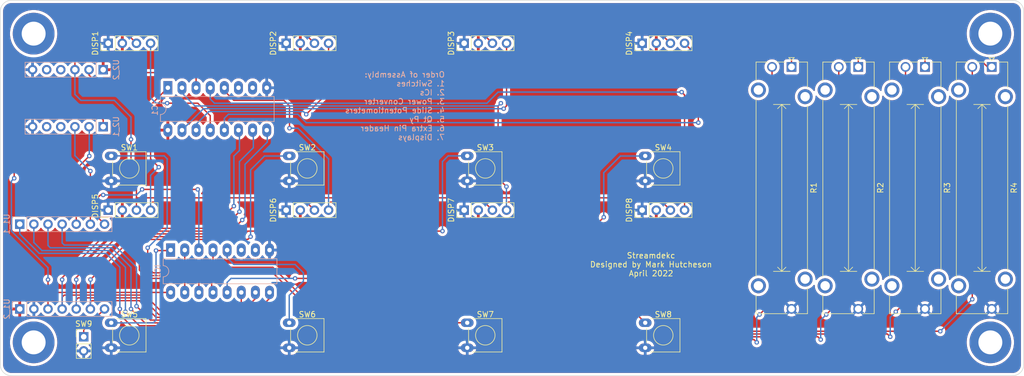
<source format=kicad_pcb>
(kicad_pcb (version 20211014) (generator pcbnew)
  (layers (0 "F.Cu" signal) (31 "B.Cu" signal) (34 "B.Paste" user) (35 "F.Paste" user) (36 "B.SilkS" user "B.Silkscreen") (37 "F.SilkS" user "F.Silkscreen") (38 "B.Mask" user) (39 "F.Mask" user) (44 "Edge.Cuts" user))
  (net 0 "")
  (net 1 "/3V3")
  (net 2 "/A0")
  (net 3 "/GND")
  (net 4 "/A1")
  (net 5 "/A2")
  (net 6 "/A3")
  (net 7 "/SDA")
  (net 8 "/SCL")
  (net 9 "/D6")
  (net 10 "/5V")
  (net 11 "/D10")
  (net 12 "/D9")
  (net 13 "/D8")
  (net 14 "/D7")
  (net 15 "/SCL_5V")
  (net 16 "/DISP_1_SDA")
  (net 17 "/DISP_2_SDA")
  (net 18 "/DISP_3_SDA")
  (net 19 "/DISP_4_SDA")
  (net 20 "/DISP_5_SDA")
  (net 21 "/DISP_6_SDA")
  (net 22 "/DISP_7_SDA")
  (net 23 "/DISP_8_SDA")
  (net 24 "/SDA_5V")
  (net 25 "/Ihbt1")
  (net 26 "/Vee1")
  (net 27 "/SW5")
  (net 28 "/SW7")
  (net 29 "/SW8")
  (net 30 "/SW4")
  (net 31 "/SW6")
  (net 32 "/SW1")
  (net 33 "/Ihbt2")
  (net 34 "/SW2")
  (net 35 "/Vee2")
  (net 36 "/SW3")
  (footprint "Connector_PinHeader_2.54mm:PinHeader_1x02_P2.54mm_Vertical" (layer "F.Cu") (at 76 122.5)
    (fp_text reference "SW9" (at 0 -2.33) (layer "F.SilkS"))
    (fp_text value "SW_DIP_x01")
    (pad "1" thru_hole rect locked (at 0 0) (size 1.7 1.7) (drill 1) (layers *.Cu *.Mask) (net 14 "/D7"))
    (pad "2" thru_hole oval locked (at 0 2.54) (size 1.7 1.7) (drill 1) (layers *.Cu *.Mask) (net 3 "/GND"))
  )
  (footprint "MountingHole:MountingHole_4.3mm_M4_DIN965_Pad" (layer "F.Cu") (at 67 123.5)
    (fp_text reference "REF**" hide)
    (fp_text value "MountingHole_4.3mm_M4_DIN965_Pad" hide)
    (pad "1" thru_hole circle locked (at 0 0) (size 7.5 7.5) (drill 4.3) (layers *.Cu *.Mask))
  )
  (footprint "Library:Switch_2pin_6mm_p4.5mm" (layer "F.Cu") (at 84.2 122.23)
    (fp_text reference "SW5" (at 0 -3.75 unlocked) (layer "F.SilkS"))
    (fp_text value "SW_DIP_x01")
    (pad "1" thru_hole oval (at -3.25 -2.25) (size 2.286 1.524) (drill 0.762) (layers *.Cu *.Mask) (net 27 "/SW5"))
    (pad "2" thru_hole oval (at -3.25 2.25) (size 2.286 1.524) (drill 0.762) (layers *.Cu *.Mask) (net 3 "/GND"))
  )
  (footprint "Library:Switch_2pin_6mm_p4.5mm" (layer "F.Cu") (at 148.2 92.23)
    (fp_text reference "SW3" (at 0 -3.75 unlocked) (layer "F.SilkS"))
    (fp_text value "SW_DIP_x01")
    (pad "1" thru_hole oval (at -3.25 -2.25) (size 2.286 1.524) (drill 0.762) (layers *.Cu *.Mask) (net 36 "/SW3"))
    (pad "2" thru_hole oval (at -3.25 2.25) (size 2.286 1.524) (drill 0.762) (layers *.Cu *.Mask) (net 3 "/GND"))
  )
  (footprint "Connector_PinHeader_2.54mm:PinHeader_1x04_P2.54mm_Vertical" (layer "F.Cu") (at 176.4 99.73 90)
    (fp_text reference "DISP8" (at 0 -2.33 90) (layer "F.SilkS"))
    (fp_text value "Conn_01x04")
    (pad "1" thru_hole rect locked (at 0 0 90) (size 1.7 1.7) (drill 1) (layers *.Cu *.Mask) (net 3 "/GND"))
    (pad "2" thru_hole oval locked (at 0 2.54 90) (size 1.7 1.7) (drill 1) (layers *.Cu *.Mask) (net 10 "/5V"))
    (pad "3" thru_hole oval locked (at 0 5.08 90) (size 1.7 1.7) (drill 1) (layers *.Cu *.Mask) (net 15 "/SCL_5V"))
    (pad "4" thru_hole oval locked (at 0 7.62 90) (size 1.7 1.7) (drill 1) (layers *.Cu *.Mask) (net 23 "/DISP_8_SDA"))
  )
  (footprint "Connector_PinHeader_2.54mm:PinHeader_1x04_P2.54mm_Vertical" (layer "F.Cu") (at 144.4 99.73 90)
    (fp_text reference "DISP7" (at 0 -2.33 90) (layer "F.SilkS"))
    (fp_text value "Conn_01x04")
    (pad "1" thru_hole rect locked (at 0 0 90) (size 1.7 1.7) (drill 1) (layers *.Cu *.Mask) (net 3 "/GND"))
    (pad "2" thru_hole oval locked (at 0 2.54 90) (size 1.7 1.7) (drill 1) (layers *.Cu *.Mask) (net 10 "/5V"))
    (pad "3" thru_hole oval locked (at 0 5.08 90) (size 1.7 1.7) (drill 1) (layers *.Cu *.Mask) (net 15 "/SCL_5V"))
    (pad "4" thru_hole oval locked (at 0 7.62 90) (size 1.7 1.7) (drill 1) (layers *.Cu *.Mask) (net 22 "/DISP_7_SDA"))
  )
  (footprint "Potentiometer_THT:Potentiometer_Bourns_PTA3043_Single_Slide" (layer "F.Cu") (at 203.25 73.98 -90)
    (fp_text reference "R1" (at 21.75 -4 90) (layer "F.SilkS"))
    (fp_text value "Slider")
    (pad "1" thru_hole rect locked (at 0 0 270) (size 1.75 1.75) (drill 1.2) (layers *.Cu *.Mask) (net 1 "/3V3"))
    (pad "2" thru_hole circle locked (at 0 3.5 270) (size 1.75 1.75) (drill 1.2) (layers *.Cu *.Mask) (net 2 "/A0"))
    (pad "3" thru_hole circle locked (at 43.5 0 270) (size 1.75 1.75) (drill 1.2) (layers *.Cu *.Mask) (net 3 "/GND"))
    (pad "MP" thru_hole circle locked (at 39.35 5.95 270) (size 2.7 2.7) (drill 1.7) (layers *.Cu *.Mask))
    (pad "MP" thru_hole circle locked (at 5.35 -2.45 270) (size 2.7 2.7) (drill 1.7) (layers *.Cu *.Mask))
    (pad "MP" thru_hole circle locked (at 38.15 -2.45 270) (size 2.7 2.7) (drill 1.7) (layers *.Cu *.Mask))
    (pad "MP" thru_hole circle locked (at 4.15 5.95 270) (size 2.7 2.7) (drill 1.7) (layers *.Cu *.Mask))
  )
  (footprint "Potentiometer_THT:Potentiometer_Bourns_PTA3043_Single_Slide" (layer "F.Cu") (at 227.25 73.98 -90)
    (fp_text reference "R3" (at 21.75 -4 90) (layer "F.SilkS"))
    (fp_text value "Slider")
    (pad "1" thru_hole rect locked (at 0 0 270) (size 1.75 1.75) (drill 1.2) (layers *.Cu *.Mask) (net 1 "/3V3"))
    (pad "2" thru_hole circle locked (at 0 3.5 270) (size 1.75 1.75) (drill 1.2) (layers *.Cu *.Mask) (net 5 "/A2"))
    (pad "3" thru_hole circle locked (at 43.5 0 270) (size 1.75 1.75) (drill 1.2) (layers *.Cu *.Mask) (net 3 "/GND"))
    (pad "MP" thru_hole circle locked (at 4.15 5.95 270) (size 2.7 2.7) (drill 1.7) (layers *.Cu *.Mask))
    (pad "MP" thru_hole circle locked (at 39.35 5.95 270) (size 2.7 2.7) (drill 1.7) (layers *.Cu *.Mask))
    (pad "MP" thru_hole circle locked (at 38.15 -2.45 270) (size 2.7 2.7) (drill 1.7) (layers *.Cu *.Mask))
    (pad "MP" thru_hole circle locked (at 5.35 -2.45 270) (size 2.7 2.7) (drill 1.7) (layers *.Cu *.Mask))
  )
  (footprint "Connector_PinHeader_2.54mm:PinHeader_1x04_P2.54mm_Vertical" (layer "F.Cu") (at 80.4 99.73 90)
    (fp_text reference "DISP5" (at 0.73 -2.33 90) (layer "F.SilkS"))
    (fp_text value "Conn_01x04")
    (pad "1" thru_hole rect locked (at 0 0 90) (size 1.7 1.7) (drill 1) (layers *.Cu *.Mask) (net 3 "/GND"))
    (pad "2" thru_hole oval locked (at 0 2.54 90) (size 1.7 1.7) (drill 1) (layers *.Cu *.Mask) (net 10 "/5V"))
    (pad "3" thru_hole oval locked (at 0 5.08 90) (size 1.7 1.7) (drill 1) (layers *.Cu *.Mask) (net 15 "/SCL_5V"))
    (pad "4" thru_hole oval locked (at 0 7.62 90) (size 1.7 1.7) (drill 1) (layers *.Cu *.Mask) (net 20 "/DISP_5_SDA"))
  )
  (footprint "MountingHole:MountingHole_4.3mm_M4_DIN965_Pad" (layer "F.Cu") (at 239 68)
    (fp_text reference "REF**" hide)
    (fp_text value "MountingHole_4.3mm_M4_DIN965_Pad" hide)
    (pad "1" thru_hole circle locked (at 0 0) (size 7.5 7.5) (drill 4.3) (layers *.Cu *.Mask))
  )
  (footprint "MountingHole:MountingHole_4.3mm_M4_DIN965_Pad" (layer "F.Cu") (at 67 68)
    (fp_text reference "REF**" hide)
    (fp_text value "MountingHole_4.3mm_M4_DIN965_Pad" hide)
    (pad "1" thru_hole circle locked (at 0 0) (size 7.5 7.5) (drill 4.3) (layers *.Cu *.Mask))
  )
  (footprint "Library:Switch_2pin_6mm_p4.5mm" (layer "F.Cu") (at 180.2 92.23)
    (fp_text reference "SW4" (at 0 -3.75 unlocked) (layer "F.SilkS"))
    (fp_text value "SW_DIP_x01")
    (pad "1" thru_hole oval (at -3.25 -2.25) (size 2.286 1.524) (drill 0.762) (layers *.Cu *.Mask) (net 30 "/SW4"))
    (pad "2" thru_hole oval (at -3.25 2.25) (size 2.286 1.524) (drill 0.762) (layers *.Cu *.Mask) (net 3 "/GND"))
  )
  (footprint "Library:Switch_2pin_6mm_p4.5mm" (layer "F.Cu") (at 84.2 92.23)
    (fp_text reference "SW1" (at 0 -3.75 unlocked) (layer "F.SilkS"))
    (fp_text value "SW_DIP_x01")
    (pad "1" thru_hole oval (at -3.25 -2.25) (size 2.286 1.524) (drill 0.762) (layers *.Cu *.Mask) (net 32 "/SW1"))
    (pad "2" thru_hole oval (at -3.25 2.25) (size 2.286 1.524) (drill 0.762) (layers *.Cu *.Mask) (net 3 "/GND"))
  )
  (footprint "Connector_PinHeader_2.54mm:PinHeader_1x04_P2.54mm_Vertical" (layer "F.Cu") (at 80.4 69.73 90)
    (fp_text reference "DISP1" (at 0 -2.33 90) (layer "F.SilkS"))
    (fp_text value "Conn_01x04")
    (pad "1" thru_hole rect locked (at 0 0 90) (size 1.7 1.7) (drill 1) (layers *.Cu *.Mask) (net 3 "/GND"))
    (pad "2" thru_hole oval locked (at 0 2.54 90) (size 1.7 1.7) (drill 1) (layers *.Cu *.Mask) (net 10 "/5V"))
    (pad "3" thru_hole oval locked (at 0 5.08 90) (size 1.7 1.7) (drill 1) (layers *.Cu *.Mask) (net 15 "/SCL_5V"))
    (pad "4" thru_hole oval locked (at 0 7.62 90) (size 1.7 1.7) (drill 1) (layers *.Cu *.Mask) (net 16 "/DISP_1_SDA"))
  )
  (footprint "Library:Switch_2pin_6mm_p4.5mm" (layer "F.Cu") (at 148.2 122.23)
    (fp_text reference "SW7" (at 0 -3.75 unlocked) (layer "F.SilkS"))
    (fp_text value "SW_DIP_x01")
    (pad "1" thru_hole oval (at -3.25 -2.25) (size 2.286 1.524) (drill 0.762) (layers *.Cu *.Mask) (net 28 "/SW7"))
    (pad "2" thru_hole oval (at -3.25 2.25) (size 2.286 1.524) (drill 0.762) (layers *.Cu *.Mask) (net 3 "/GND"))
  )
  (footprint "Potentiometer_THT:Potentiometer_Bourns_PTA3043_Single_Slide" (layer "F.Cu") (at 239.25 73.98 -90)
    (fp_text reference "R4" (at 21.75 -4 90) (layer "F.SilkS"))
    (fp_text value "Slider")
    (pad "1" thru_hole rect locked (at 0 0 270) (size 1.75 1.75) (drill 1.2) (layers *.Cu *.Mask) (net 1 "/3V3"))
    (pad "2" thru_hole circle locked (at 0 3.5 270) (size 1.75 1.75) (drill 1.2) (layers *.Cu *.Mask) (net 6 "/A3"))
    (pad "3" thru_hole circle locked (at 43.5 0 270) (size 1.75 1.75) (drill 1.2) (layers *.Cu *.Mask) (net 3 "/GND"))
    (pad "MP" thru_hole circle locked (at 38.15 -2.45 270) (size 2.7 2.7) (drill 1.7) (layers *.Cu *.Mask))
    (pad "MP" thru_hole circle locked (at 5.35 -2.45 270) (size 2.7 2.7) (drill 1.7) (layers *.Cu *.Mask))
    (pad "MP" thru_hole circle locked (at 4.15 5.95 270) (size 2.7 2.7) (drill 1.7) (layers *.Cu *.Mask))
    (pad "MP" thru_hole circle locked (at 39.35 5.95 270) (size 2.7 2.7) (drill 1.7) (layers *.Cu *.Mask))
  )
  (footprint "Library:Switch_2pin_6mm_p4.5mm" (layer "F.Cu") (at 116.2 122.23)
    (fp_text reference "SW6" (at 0 -3.75 unlocked) (layer "F.SilkS"))
    (fp_text value "SW_DIP_x01")
    (pad "1" thru_hole oval (at -3.25 -2.25) (size 2.286 1.524) (drill 0.762) (layers *.Cu *.Mask) (net 31 "/SW6"))
    (pad "2" thru_hole oval (at -3.25 2.25) (size 2.286 1.524) (drill 0.762) (layers *.Cu *.Mask) (net 3 "/GND"))
  )
  (footprint "Potentiometer_THT:Potentiometer_Bourns_PTA3043_Single_Slide" (layer "F.Cu") (at 215.25 73.98 -90)
    (fp_text reference "R2" (at 21.75 -4 90) (layer "F.SilkS"))
    (fp_text value "Slider")
    (pad "1" thru_hole rect locked (at 0 0 270) (size 1.75 1.75) (drill 1.2) (layers *.Cu *.Mask) (net 1 "/3V3"))
    (pad "2" thru_hole circle locked (at 0 3.5 270) (size 1.75 1.75) (drill 1.2) (layers *.Cu *.Mask) (net 4 "/A1"))
    (pad "3" thru_hole circle locked (at 43.5 0 270) (size 1.75 1.75) (drill 1.2) (layers *.Cu *.Mask) (net 3 "/GND"))
    (pad "MP" thru_hole circle locked (at 39.35 5.95 270) (size 2.7 2.7) (drill 1.7) (layers *.Cu *.Mask))
    (pad "MP" thru_hole circle locked (at 5.35 -2.45 270) (size 2.7 2.7) (drill 1.7) (layers *.Cu *.Mask))
    (pad "MP" thru_hole circle locked (at 38.15 -2.45 270) (size 2.7 2.7) (drill 1.7) (layers *.Cu *.Mask))
    (pad "MP" thru_hole circle locked (at 4.15 5.95 270) (size 2.7 2.7) (drill 1.7) (layers *.Cu *.Mask))
  )
  (footprint "Connector_PinHeader_2.54mm:PinHeader_1x04_P2.54mm_Vertical" (layer "F.Cu") (at 144.4 69.73 90)
    (fp_text reference "DISP3" (at 0 -2.33 90) (layer "F.SilkS"))
    (fp_text value "Conn_01x04")
    (pad "1" thru_hole rect locked (at 0 0 90) (size 1.7 1.7) (drill 1) (layers *.Cu *.Mask) (net 3 "/GND"))
    (pad "2" thru_hole oval locked (at 0 2.54 90) (size 1.7 1.7) (drill 1) (layers *.Cu *.Mask) (net 10 "/5V"))
    (pad "3" thru_hole oval locked (at 0 5.08 90) (size 1.7 1.7) (drill 1) (layers *.Cu *.Mask) (net 15 "/SCL_5V"))
    (pad "4" thru_hole oval locked (at 0 7.62 90) (size 1.7 1.7) (drill 1) (layers *.Cu *.Mask) (net 18 "/DISP_3_SDA"))
  )
  (footprint "MountingHole:MountingHole_4.3mm_M4_DIN965_Pad" (layer "F.Cu") (at 239 123.5)
    (fp_text reference "REF**" hide)
    (fp_text value "MountingHole_4.3mm_M4_DIN965_Pad" hide)
    (pad "1" thru_hole circle locked (at 0 0) (size 7.5 7.5) (drill 4.3) (layers *.Cu *.Mask))
  )
  (footprint "Library:Switch_2pin_6mm_p4.5mm" (layer "F.Cu") (at 116.2 92.23)
    (fp_text reference "SW2" (at 0 -3.75 unlocked) (layer "F.SilkS"))
    (fp_text value "SW_DIP_x01")
    (pad "1" thru_hole oval (at -3.25 -2.25) (size 2.286 1.524) (drill 0.762) (layers *.Cu *.Mask) (net 34 "/SW2"))
    (pad "2" thru_hole oval (at -3.25 2.25) (size 2.286 1.524) (drill 0.762) (layers *.Cu *.Mask) (net 3 "/GND"))
  )
  (footprint "Connector_PinHeader_2.54mm:PinHeader_1x04_P2.54mm_Vertical" (layer "F.Cu") (at 112.4 69.73 90)
    (fp_text reference "DISP2" (at 0 -2.33 90) (layer "F.SilkS"))
    (fp_text value "Conn_01x04")
    (pad "1" thru_hole rect locked (at 0 0 90) (size 1.7 1.7) (drill 1) (layers *.Cu *.Mask) (net 3 "/GND"))
    (pad "2" thru_hole oval locked (at 0 2.54 90) (size 1.7 1.7) (drill 1) (layers *.Cu *.Mask) (net 10 "/5V"))
    (pad "3" thru_hole oval locked (at 0 5.08 90) (size 1.7 1.7) (drill 1) (layers *.Cu *.Mask) (net 15 "/SCL_5V"))
    (pad "4" thru_hole oval locked (at 0 7.62 90) (size 1.7 1.7) (drill 1) (layers *.Cu *.Mask) (net 17 "/DISP_2_SDA"))
  )
  (footprint "Connector_PinHeader_2.54mm:PinHeader_1x04_P2.54mm_Vertical" (layer "F.Cu") (at 112.4 99.73 90)
    (fp_text reference "DISP6" (at 0 -2.33 90) (layer "F.SilkS"))
    (fp_text value "Conn_01x04")
    (pad "1" thru_hole rect locked (at 0 0 90) (size 1.7 1.7) (drill 1) (layers *.Cu *.Mask) (net 3 "/GND"))
    (pad "2" thru_hole oval locked (at 0 2.54 90) (size 1.7 1.7) (drill 1) (layers *.Cu *.Mask) (net 10 "/5V"))
    (pad "3" thru_hole oval locked (at 0 5.08 90) (size 1.7 1.7) (drill 1) (layers *.Cu *.Mask) (net 15 "/SCL_5V"))
    (pad "4" thru_hole oval locked (at 0 7.62 90) (size 1.7 1.7) (drill 1) (layers *.Cu *.Mask) (net 21 "/DISP_6_SDA"))
  )
  (footprint "Connector_PinHeader_2.54mm:PinHeader_1x04_P2.54mm_Vertical" (layer "F.Cu") (at 176.4 69.73 90)
    (fp_text reference "DISP4" (at 0 -2.33 90) (layer "F.SilkS"))
    (fp_text value "Conn_01x04")
    (pad "1" thru_hole rect locked (at 0 0 90) (size 1.7 1.7) (drill 1) (layers *.Cu *.Mask) (net 3 "/GND"))
    (pad "2" thru_hole oval locked (at 0 2.54 90) (size 1.7 1.7) (drill 1) (layers *.Cu *.Mask) (net 10 "/5V"))
    (pad "3" thru_hole oval locked (at 0 5.08 90) (size 1.7 1.7) (drill 1) (layers *.Cu *.Mask) (net 15 "/SCL_5V"))
    (pad "4" thru_hole oval locked (at 0 7.62 90) (size 1.7 1.7) (drill 1) (layers *.Cu *.Mask) (net 19 "/DISP_4_SDA"))
  )
  (footprint "Library:Switch_2pin_6mm_p4.5mm" (layer "F.Cu") (at 180.2 122.23)
    (fp_text reference "SW8" (at 0 -3.75 unlocked) (layer "F.SilkS"))
    (fp_text value "SW_DIP_x01")
    (pad "1" thru_hole oval (at -3.25 -2.25) (size 2.286 1.524) (drill 0.762) (layers *.Cu *.Mask) (net 29 "/SW8"))
    (pad "2" thru_hole oval (at -3.25 2.25) (size 2.286 1.524) (drill 0.762) (layers *.Cu *.Mask) (net 3 "/GND"))
  )
  (footprint "Package_DIP:DIP-16_W7.62mm_LongPads" (layer "B.Cu") (at 91.125 77.73 -90)
    (fp_text reference "IC1" (at 3.81 2.33 90) (layer "B.SilkS") (effects (justify mirror)))
    (fp_text value "74HC4051P")
    (pad "1" thru_hole rect locked (at 0 0 270) (size 2.4 1.6) (drill 0.8) (layers *.Cu *.Mask) (net 20 "/DISP_5_SDA"))
    (pad "2" thru_hole oval locked (at 0 -2.54 270) (size 2.4 1.6) (drill 0.8) (layers *.Cu *.Mask) (net 22 "/DISP_7_SDA"))
    (pad "3" thru_hole oval locked (at 0 -5.08 270) (size 2.4 1.6) (drill 0.8) (layers *.Cu *.Mask) (net 24 "/SDA_5V"))
    (pad "4" thru_hole oval locked (at 0 -7.62 270) (size 2.4 1.6) (drill 0.8) (layers *.Cu *.Mask) (net 23 "/DISP_8_SDA"))
    (pad "5" thru_hole oval locked (at 0 -10.16 270) (size 2.4 1.6) (drill 0.8) (layers *.Cu *.Mask) (net 21 "/DISP_6_SDA"))
    (pad "6" thru_hole oval locked (at 0 -12.7 270) (size 2.4 1.6) (drill 0.8) (layers *.Cu *.Mask) (net 25 "/Ihbt1"))
    (pad "7" thru_hole oval locked (at 0 -15.24 270) (size 2.4 1.6) (drill 0.8) (layers *.Cu *.Mask) (net 26 "/Vee1"))
    (pad "8" thru_hole oval locked (at 0 -17.78 270) (size 2.4 1.6) (drill 0.8) (layers *.Cu *.Mask) (net 3 "/GND"))
    (pad "9" thru_hole oval locked (at 7.62 -17.78 270) (size 2.4 1.6) (drill 0.8) (layers *.Cu *.Mask) (net 13 "/D8"))
    (pad "10" thru_hole oval locked (at 7.62 -15.24 270) (size 2.4 1.6) (drill 0.8) (layers *.Cu *.Mask) (net 12 "/D9"))
    (pad "11" thru_hole oval locked (at 7.62 -12.7 270) (size 2.4 1.6) (drill 0.8) (layers *.Cu *.Mask) (net 11 "/D10"))
    (pad "12" thru_hole oval locked (at 7.62 -10.16 270) (size 2.4 1.6) (drill 0.8) (layers *.Cu *.Mask) (net 19 "/DISP_4_SDA"))
    (pad "13" thru_hole oval locked (at 7.62 -7.62 270) (size 2.4 1.6) (drill 0.8) (layers *.Cu *.Mask) (net 16 "/DISP_1_SDA"))
    (pad "14" thru_hole oval locked (at 7.62 -5.08 270) (size 2.4 1.6) (drill 0.8) (layers *.Cu *.Mask) (net 17 "/DISP_2_SDA"))
    (pad "15" thru_hole oval locked (at 7.62 -2.54 270) (size 2.4 1.6) (drill 0.8) (layers *.Cu *.Mask) (net 18 "/DISP_3_SDA"))
    (pad "16" thru_hole oval locked (at 7.62 0 270) (size 2.4 1.6) (drill 0.8) (layers *.Cu *.Mask) (net 10 "/5V"))
  )
  (footprint "Connector_PinHeader_2.54mm:PinHeader_1x07_P2.54mm_Vertical" (layer "B.Cu") (at 64.5 117.5 -90)
    (fp_text reference "U1_2" (at 0 2.33 90) (layer "B.SilkS") (effects (justify mirror)))
    (fp_text value "QT_PY_R")
    (pad "1" thru_hole rect locked (at 0 0 270) (size 1.7 1.7) (drill 1) (layers *.Cu *.Mask) (net 10 "/5V"))
    (pad "2" thru_hole oval locked (at 0 -2.54 270) (size 1.7 1.7) (drill 1) (layers *.Cu *.Mask) (net 3 "/GND"))
    (pad "3" thru_hole oval locked (at 0 -5.08 270) (size 1.7 1.7) (drill 1) (layers *.Cu *.Mask) (net 1 "/3V3"))
    (pad "4" thru_hole oval locked (at 0 -7.62 270) (size 1.7 1.7) (drill 1) (layers *.Cu *.Mask) (net 11 "/D10"))
    (pad "5" thru_hole oval locked (at 0 -10.16 270) (size 1.7 1.7) (drill 1) (layers *.Cu *.Mask) (net 12 "/D9"))
    (pad "6" thru_hole oval locked (at 0 -12.7 270) (size 1.7 1.7) (drill 1) (layers *.Cu *.Mask) (net 13 "/D8"))
    (pad "7" thru_hole oval locked (at 0 -15.24 270) (size 1.7 1.7) (drill 1) (layers *.Cu *.Mask) (net 14 "/D7"))
  )
  (footprint "Connector_PinHeader_2.54mm:PinHeader_1x06_P2.54mm_Vertical" (layer "B.Cu") (at 79.5 84.73 90)
    (fp_text reference "U2_1" (at 0 2.33 90) (layer "B.SilkS") (effects (justify mirror)))
    (fp_text value "VOLTAGE_TRANSLATOR_L")
    (pad "1" thru_hole rect locked (at 0 0 90) (size 1.7 1.7) (drill 1) (layers *.Cu *.Mask) (net 1 "/3V3"))
    (pad "2" thru_hole oval locked (at 0 -2.54 90) (size 1.7 1.7) (drill 1) (layers *.Cu *.Mask) (net 7 "/SDA"))
    (pad "3" thru_hole oval locked (at 0 -5.08 90) (size 1.7 1.7) (drill 1) (layers *.Cu *.Mask) (net 8 "/SCL"))
    (pad "4" thru_hole oval locked (at 0 -7.62 90) (size 1.7 1.7) (drill 1) (layers *.Cu *.Mask))
    (pad "5" thru_hole oval locked (at 0 -10.16 90) (size 1.7 1.7) (drill 1) (layers *.Cu *.Mask))
    (pad "6" thru_hole oval locked (at 0 -12.7 90) (size 1.7 1.7) (drill 1) (layers *.Cu *.Mask) (net 3 "/GND"))
  )
  (footprint "Package_DIP:DIP-16_W7.62mm_LongPads" (layer "B.Cu") (at 91.625 106.905 -90)
    (fp_text reference "IC2" (at 3.81 2.33 90) (layer "B.SilkS") (effects (justify mirror)))
    (fp_text value "74HC4051P")
    (pad "1" thru_hole rect locked (at 0 0 270) (size 2.4 1.6) (drill 0.8) (layers *.Cu *.Mask) (net 27 "/SW5"))
    (pad "2" thru_hole oval locked (at 0 -2.54 270) (size 2.4 1.6) (drill 0.8) (layers *.Cu *.Mask) (net 28 "/SW7"))
    (pad "3" thru_hole oval locked (at 0 -5.08 270) (size 2.4 1.6) (drill 0.8) (layers *.Cu *.Mask) (net 9 "/D6"))
    (pad "4" thru_hole oval locked (at 0 -7.62 270) (size 2.4 1.6) (drill 0.8) (layers *.Cu *.Mask) (net 29 "/SW8"))
    (pad "5" thru_hole oval locked (at 0 -10.16 270) (size 2.4 1.6) (drill 0.8) (layers *.Cu *.Mask) (net 31 "/SW6"))
    (pad "6" thru_hole oval locked (at 0 -12.7 270) (size 2.4 1.6) (drill 0.8) (layers *.Cu *.Mask) (net 33 "/Ihbt2"))
    (pad "7" thru_hole oval locked (at 0 -15.24 270) (size 2.4 1.6) (drill 0.8) (layers *.Cu *.Mask) (net 35 "/Vee2"))
    (pad "8" thru_hole oval locked (at 0 -17.78 270) (size 2.4 1.6) (drill 0.8) (layers *.Cu *.Mask) (net 3 "/GND"))
    (pad "9" thru_hole oval locked (at 7.62 -17.78 270) (size 2.4 1.6) (drill 0.8) (layers *.Cu *.Mask) (net 13 "/D8"))
    (pad "10" thru_hole oval locked (at 7.62 -15.24 270) (size 2.4 1.6) (drill 0.8) (layers *.Cu *.Mask) (net 12 "/D9"))
    (pad "11" thru_hole oval locked (at 7.62 -12.7 270) (size 2.4 1.6) (drill 0.8) (layers *.Cu *.Mask) (net 11 "/D10"))
    (pad "12" thru_hole oval locked (at 7.62 -10.16 270) (size 2.4 1.6) (drill 0.8) (layers *.Cu *.Mask) (net 30 "/SW4"))
    (pad "13" thru_hole oval locked (at 7.62 -7.62 270) (size 2.4 1.6) (drill 0.8) (layers *.Cu *.Mask) (net 32 "/SW1"))
    (pad "14" thru_hole oval locked (at 7.62 -5.08 270) (size 2.4 1.6) (drill 0.8) (layers *.Cu *.Mask) (net 34 "/SW2"))
    (pad "15" thru_hole oval locked (at 7.62 -2.54 270) (size 2.4 1.6) (drill 0.8) (layers *.Cu *.Mask) (net 36 "/SW3"))
    (pad "16" thru_hole oval locked (at 7.62 0 270) (size 2.4 1.6) (drill 0.8) (layers *.Cu *.Mask) (net 1 "/3V3"))
  )
  (footprint "Connector_PinHeader_2.54mm:PinHeader_1x07_P2.54mm_Vertical" (layer "B.Cu") (at 64.5 102.25 -90)
    (fp_text reference "U1_1" (at 0 2.33 90) (layer "B.SilkS") (effects (justify mirror)))
    (fp_text value "QT_PY_L")
    (pad "1" thru_hole rect locked (at 0 0 270) (size 1.7 1.7) (drill 1) (layers *.Cu *.Mask) (net 2 "/A0"))
    (pad "2" thru_hole oval locked (at 0 -2.54 270) (size 1.7 1.7) (drill 1) (layers *.Cu *.Mask) (net 4 "/A1"))
    (pad "3" thru_hole oval locked (at 0 -5.08 270) (size 1.7 1.7) (drill 1) (layers *.Cu *.Mask) (net 5 "/A2"))
    (pad "4" thru_hole oval locked (at 0 -7.62 270) (size 1.7 1.7) (drill 1) (layers *.Cu *.Mask) (net 6 "/A3"))
    (pad "5" thru_hole oval locked (at 0 -10.16 270) (size 1.7 1.7) (drill 1) (layers *.Cu *.Mask) (net 7 "/SDA"))
    (pad "6" thru_hole oval locked (at 0 -12.7 270) (size 1.7 1.7) (drill 1) (layers *.Cu *.Mask) (net 8 "/SCL"))
    (pad "7" thru_hole oval locked (at 0 -15.24 270) (size 1.7 1.7) (drill 1) (layers *.Cu *.Mask) (net 9 "/D6"))
  )
  (footprint "Connector_PinHeader_2.54mm:PinHeader_1x06_P2.54mm_Vertical" (layer "B.Cu") (at 79.5 74.48 90)
    (fp_text reference "U2_2" (at 0 2.33 90) (layer "B.SilkS") (effects (justify mirror)))
    (fp_text value "VOLTAGE_TRANSLATOR_R")
    (pad "1" thru_hole rect locked (at 0 0 90) (size 1.7 1.7) (drill 1) (layers *.Cu *.Mask) (net 10 "/5V"))
    (pad "2" thru_hole oval locked (at 0 -2.54 90) (size 1.7 1.7) (drill 1) (layers *.Cu *.Mask) (net 24 "/SDA_5V"))
    (pad "3" thru_hole oval locked (at 0 -5.08 90) (size 1.7 1.7) (drill 1) (layers *.Cu *.Mask) (net 15 "/SCL_5V"))
    (pad "4" thru_hole oval locked (at 0 -7.62 90) (size 1.7 1.7) (drill 1) (layers *.Cu *.Mask))
    (pad "5" thru_hole oval locked (at 0 -10.16 90) (size 1.7 1.7) (drill 1) (layers *.Cu *.Mask))
    (pad "6" thru_hole oval locked (at 0 -12.7 90) (size 1.7 1.7) (drill 1) (layers *.Cu *.Mask) (net 3 "/GND"))
  )
  (gr_line (start 61 64) (end 61 127.5) (layer "Edge.Cuts") (width 0.1))
  (gr_line (start 63 129.5) (end 243 129.5) (layer "Edge.Cuts") (width 0.1))
  (gr_arc (start 245 127.5) (mid 244.414214 128.914214) (end 243 129.5) (layer "Edge.Cuts") (width 0.1))
  (gr_line (start 245 127.5) (end 245 64) (layer "Edge.Cuts") (width 0.1))
  (gr_line (start 243 62) (end 63 62) (layer "Edge.Cuts") (width 0.1))
  (gr_arc (start 61 64) (mid 61.585786 62.585786) (end 63 62) (layer "Edge.Cuts") (width 0.1))
  (gr_arc (start 63 129.5) (mid 61.585786 128.914214) (end 61 127.5) (layer "Edge.Cuts") (width 0.1))
  (gr_arc (start 243 62) (mid 244.414214 62.585786) (end 245 64) (layer "Edge.Cuts") (width 0.1))
  (gr_text "Order of Assembly:\n1. Switches\n2. ICs\n3. Power Converter\n4. Slide Potentiometers\n5. Qt Py\n6. Extra Pin Header\n7. Displays" (at 141 81) (layer "B.SilkS") (effects (font (size 1 1)) (justify left mirror)))
  (gr_text "Streamdekc\nDesigned by Mark Hutcheson\nApril 2022" (at 178 109.5) (layer "F.SilkS") (effects (font (size 1 1))))
  (segment (start 64.5 73.5) (end 64.5 81.5) (width 0.25) (layer "F.Cu") (net 1))
  (segment (start 227.25 67.25) (end 225.5 65.5) (width 0.25) (layer "F.Cu") (net 1))
  (segment (start 64 81.5) (end 63.5 82) (width 0.25) (layer "F.Cu") (net 1))
  (segment (start 63.5 82) (end 63.5 94) (width 0.25) (layer "F.Cu") (net 1))
  (segment (start 77.5 65.5) (end 70.5 72.5) (width 0.25) (layer "F.Cu") (net 1))
  (segment (start 65.5 72.5) (end 64.5 73.5) (width 0.25) (layer "F.Cu") (net 1))
  (segment (start 69.58 113.08) (end 71.025 114.525) (width 0.25) (layer "F.Cu") (net 1))
  (segment (start 201 65.5) (end 77.5 65.5) (width 0.25) (layer "F.Cu") (net 1))
  (segment (start 69.58 117.5) (end 69.58 115.97) (width 0.25) (layer "F.Cu") (net 1))
  (segment (start 239.25 73.98) (end 238.48 73.98) (width 0.25) (layer "F.Cu") (net 1))
  (segment (start 79.5 84.73) (end 79.5 83.5) (width 0.25) (layer "F.Cu") (net 1))
  (segment (start 203.25 67.75) (end 201 65.5) (width 0.25) (layer "F.Cu") (net 1))
  (segment (start 69.58 112.23) (end 69.58 113.08) (width 0.25) (layer "F.Cu") (net 1))
  (segment (start 77.5 81.5) (end 64.5 81.5) (width 0.25) (layer "F.Cu") (net 1))
  (segment (start 238.48 73.98) (end 230 65.5) (width 0.25) (layer "F.Cu") (net 1))
  (segment (start 227.25 73.98) (end 227.25 67.25) (width 0.25) (layer "F.Cu") (net 1))
  (segment (start 79.5 83.5) (end 77.5 81.5) (width 0.25) (layer "F.Cu") (net 1))
  (segment (start 69.58 115.97) (end 71.025 114.525) (width 0.25) (layer "F.Cu") (net 1))
  (segment (start 225.5 65.5) (end 213.5 65.5) (width 0.25) (layer "F.Cu") (net 1))
  (segment (start 230 65.5) (end 225.5 65.5) (width 0.25) (layer "F.Cu") (net 1))
  (segment (start 203.25 73.98) (end 203.25 67.75) (width 0.25) (layer "F.Cu") (net 1))
  (segment (start 213.5 65.5) (end 201 65.5) (width 0.25) (layer "F.Cu") (net 1))
  (segment (start 64.5 81.5) (end 64 81.5) (width 0.25) (layer "F.Cu") (net 1))
  (segment (start 215.25 73.98) (end 215.25 67.25) (width 0.25) (layer "F.Cu") (net 1))
  (segment (start 215.25 67.25) (end 213.5 65.5) (width 0.25) (layer "F.Cu") (net 1))
  (segment (start 71.025 114.525) (end 91.625 114.525) (width 0.25) (layer "F.Cu") (net 1))
  (segment (start 70.5 72.5) (end 65.5 72.5) (width 0.25) (layer "F.Cu") (net 1))
  (via (at 69.58 112.23) (size 0.8) (drill 0.4) (layers "F.Cu" "B.Cu") (net 1))
  (via (at 63.5 94) (size 0.8) (drill 0.4) (layers "F.Cu" "B.Cu") (net 1))
  (segment (start 63 94.5) (end 63 103.5) (width 0.25) (layer "B.Cu") (net 1))
  (segment (start 63.5 94) (end 63 94.5) (width 0.25) (layer "B.Cu") (net 1))
  (segment (start 63 103.5) (end 69.58 110.08) (width 0.25) (layer "B.Cu") (net 1))
  (segment (start 69.58 110.08) (end 69.58 112.23) (width 0.25) (layer "B.Cu") (net 1))
  (segment (start 108 121) (end 110 123) (width 0.25) (layer "F.Cu") (net 2))
  (segment (start 199.75 73.98) (end 199.75 116.25) (width 0.25) (layer "F.Cu") (net 2))
  (segment (start 196.5 123) (end 197 123.5) (width 0.25) (layer "F.Cu") (net 2))
  (segment (start 82.5 118.5) (end 85 121) (width 0.25) (layer "F.Cu") (net 2))
  (segment (start 85 121) (end 108 121) (width 0.25) (layer "F.Cu") (net 2))
  (segment (start 82.5 117.5) (end 82.5 118.5) (width 0.25) (layer "F.Cu") (net 2))
  (segment (start 199.75 116.25) (end 197.5 118.5) (width 0.25) (layer "F.Cu") (net 2))
  (segment (start 110 123) (end 196.5 123) (width 0.25) (layer "F.Cu") (net 2))
  (via (at 197 123.5) (size 0.8) (drill 0.4) (layers "F.Cu" "B.Cu") (net 2))
  (via (at 197.5 118.5) (size 0.8) (drill 0.4) (layers "F.Cu" "B.Cu") (net 2))
  (via (at 82.5 117.5) (size 0.8) (drill 0.4) (layers "F.Cu" "B.Cu") (net 2))
  (segment (start 80 107.5) (end 82.5 110) (width 0.25) (layer "B.Cu") (net 2))
  (segment (start 197 123.5) (end 197 119) (width 0.25) (layer "B.Cu") (net 2))
  (segment (start 64.5 104) (end 68 107.5) (width 0.25) (layer "B.Cu") (net 2))
  (segment (start 68 107.5) (end 80 107.5) (width 0.25) (layer "B.Cu") (net 2))
  (segment (start 197 119) (end 197.5 118.5) (width 0.25) (layer "B.Cu") (net 2))
  (segment (start 64.5 104) (end 64.5 102.25) (width 0.25) (layer "B.Cu") (net 2))
  (segment (start 82.5 110) (end 82.5 117.5) (width 0.25) (layer "B.Cu") (net 2))
  (segment (start 108.5 120.5) (end 110.5 122.5) (width 0.25) (layer "F.Cu") (net 4))
  (segment (start 211.75 116.25) (end 209.5 118.5) (width 0.25) (layer "F.Cu") (net 4))
  (segment (start 83.5 118) (end 86 120.5) (width 0.25) (layer "F.Cu") (net 4))
  (segment (start 211.75 73.98) (end 211.75 116.25) (width 0.25) (layer "F.Cu") (net 4))
  (segment (start 110.5 122.5) (end 208 122.5) (width 0.25) (layer "F.Cu") (net 4))
  (segment (start 86 120.5) (end 108.5 120.5) (width 0.25) (layer "F.Cu") (net 4))
  (segment (start 208 122.5) (end 208.5 123) (width 0.25) (layer "F.Cu") (net 4))
  (via (at 208.5 123) (size 0.8) (drill 0.4) (layers "F.Cu" "B.Cu") (net 4))
  (via (at 83.5 118) (size 0.8) (drill 0.4) (layers "F.Cu" "B.Cu") (net 4))
  (via (at 209.5 118.5) (size 0.8) (drill 0.4) (layers "F.Cu" "B.Cu") (net 4))
  (segment (start 208.5 123) (end 208.5 119.5) (width 0.25) (layer "B.Cu") (net 4))
  (segment (start 68.5 107) (end 80.5 107) (width 0.25) (layer "B.Cu") (net 4))
  (segment (start 83.5 110) (end 83.5 118) (width 0.25) (layer "B.Cu") (net 4))
  (segment (start 208.5 119.5) (end 209.5 118.5) (width 0.25) (layer "B.Cu") (net 4))
  (segment (start 67.04 105.54) (end 67.04 102.25) (width 0.25) (layer "B.Cu") (net 4))
  (segment (start 80.5 107) (end 83.5 110) (width 0.25) (layer "B.Cu") (net 4))
  (segment (start 67.04 105.54) (end 68.5 107) (width 0.25) (layer "B.Cu") (net 4))
  (segment (start 220.5 122) (end 221 122.5) (width 0.25) (layer "F.Cu") (net 5))
  (segment (start 223.75 116.25) (end 222 118) (width 0.25) (layer "F.Cu") (net 5))
  (segment (start 87 120) (end 109 120) (width 0.25) (layer "F.Cu") (net 5))
  (segment (start 223.75 73.98) (end 223.75 116.25) (width 0.25) (layer "F.Cu") (net 5))
  (segment (start 109 120) (end 111 122) (width 0.25) (layer "F.Cu") (net 5))
  (segment (start 84.5 117.5) (end 87 120) (width 0.25) (layer "F.Cu") (net 5))
  (segment (start 111 122) (end 220.5 122) (width 0.25) (layer "F.Cu") (net 5))
  (via (at 222 118) (size 0.8) (drill 0.4) (layers "F.Cu" "B.Cu") (net 5))
  (via (at 84.5 117.5) (size 0.8) (drill 0.4) (layers "F.Cu" "B.Cu") (net 5))
  (via (at 221 122.5) (size 0.8) (drill 0.4) (layers "F.Cu" "B.Cu") (net 5))
  (segment (start 84.5 110) (end 84.5 117.5) (width 0.25) (layer "B.Cu") (net 5))
  (segment (start 70 106.5) (end 81 106.5) (width 0.25) (layer "B.Cu") (net 5))
  (segment (start 81 106.5) (end 84.5 110) (width 0.25) (layer "B.Cu") (net 5))
  (segment (start 69.58 106.08) (end 70 106.5) (width 0.25) (layer "B.Cu") (net 5))
  (segment (start 221 122.5) (end 221 119) (width 0.25) (layer "B.Cu") (net 5))
  (segment (start 221 119) (end 222 118) (width 0.25) (layer "B.Cu") (net 5))
  (segment (start 69.58 106.08) (end 69.58 102.25) (width 0.25) (layer "B.Cu") (net 5))
  (segment (start 235.75 115.75) (end 235.75 73.98) (width 0.25) (layer "F.Cu") (net 6))
  (segment (start 111.5 121.5) (end 230 121.5) (width 0.25) (layer "F.Cu") (net 6))
  (segment (start 88 119.5) (end 109.5 119.5) (width 0.25) (layer "F.Cu") (net 6))
  (segment (start 85.5 117) (end 88 119.5) (width 0.25) (layer "F.Cu") (net 6))
  (segment (start 109.5 119.5) (end 111.5 121.5) (width 0.25) (layer "F.Cu") (net 6))
  (via (at 235.75 115.75) (size 0.8) (drill 0.4) (layers "F.Cu" "B.Cu") (net 6))
  (via (at 85.5 117) (size 0.8) (drill 0.4) (layers "F.Cu" "B.Cu") (net 6))
  (via (at 230 121.5) (size 0.8) (drill 0.4) (layers "F.Cu" "B.Cu") (net 6))
  (segment (start 72.12 105.62) (end 72.5 106) (width 0.25) (layer "B.Cu") (net 6))
  (segment (start 72.12 105.62) (end 72.12 102.25) (width 0.25) (layer "B.Cu") (net 6))
  (segment (start 81.5 106) (end 85.5 110) (width 0.25) (layer "B.Cu") (net 6))
  (segment (start 85.5 110) (end 85.5 117) (width 0.25) (layer "B.Cu") (net 6))
  (segment (start 72.5 106) (end 81.5 106) (width 0.25) (layer "B.Cu") (net 6))
  (segment (start 230 121.5) (end 235.75 115.75) (width 0.25) (layer "B.Cu") (net 6))
  (segment (start 77 90) (end 74.66 92.34) (width 0.25) (layer "F.Cu") (net 7))
  (segment (start 74.66 92.34) (end 74.66 102.25) (width 0.25) (layer "F.Cu") (net 7))
  (via (at 77 90) (size 0.8) (drill 0.4) (layers "F.Cu" "B.Cu") (net 7))
  (segment (start 77 84.77) (end 76.96 84.73) (width 0.25) (layer "B.Cu") (net 7))
  (segment (start 77 90) (end 77 84.77) (width 0.25) (layer "B.Cu") (net 7))
  (segment (start 77.2 92.7) (end 77.2 102.25) (width 0.25) (layer "F.Cu") (net 8))
  (via (at 77.2 92.7) (size 0.8) (drill 0.4) (layers "F.Cu" "B.Cu") (net 8))
  (segment (start 74.42 89.92) (end 74.42 84.73) (width 0.25) (layer "B.Cu") (net 8))
  (segment (start 77.2 92.7) (end 74.42 89.92) (width 0.25) (layer "B.Cu") (net 8))
  (segment (start 86.5 96) (end 96.5 96) (width 0.25) (layer "F.Cu") (net 9))
  (segment (start 78 98) (end 79 97) (width 0.25) (layer "F.Cu") (net 9))
  (segment (start 78 100.5) (end 78 98) (width 0.25) (layer "F.Cu") (net 9))
  (segment (start 79.74 102.24) (end 78 100.5) (width 0.25) (layer "F.Cu") (net 9))
  (segment (start 79.74 102.25) (end 79.74 102.24) (width 0.25) (layer "F.Cu") (net 9))
  (segment (start 79 97) (end 79.5 97) (width 0.25) (layer "F.Cu") (net 9))
  (via (at 86.5 96) (size 0.8) (drill 0.4) (layers "F.Cu" "B.Cu") (net 9))
  (via (at 96.5 96) (size 0.8) (drill 0.4) (layers "F.Cu" "B.Cu") (net 9))
  (via (at 79.5 97) (size 0.8) (drill 0.4) (layers "F.Cu" "B.Cu") (net 9))
  (segment (start 96.5 96) (end 96.705 96.205) (width 0.25) (layer "B.Cu") (net 9))
  (segment (start 96.705 96.205) (end 96.705 106.905) (width 0.25) (layer "B.Cu") (net 9))
  (segment (start 85.5 97) (end 79.5 97) (width 0.25) (layer "B.Cu") (net 9))
  (segment (start 86.5 96) (end 85.5 97) (width 0.25) (layer "B.Cu") (net 9))
  (segment (start 72.12 112.23) (end 72.12 111.88) (width 0.25) (layer "F.Cu") (net 11))
  (segment (start 72.12 111.88) (end 81 103) (width 0.25) (layer "F.Cu") (net 11))
  (segment (start 99 103) (end 103 99) (width 0.25) (layer "F.Cu") (net 11))
  (segment (start 104.325 117.175) (end 103.5 118) (width 0.25) (layer "F.Cu") (net 11))
  (segment (start 87 115) (end 72.5 115) (width 0.25) (layer "F.Cu") (net 11))
  (segment (start 72.12 117.5) (end 72.12 115.38) (width 0.25) (layer "F.Cu") (net 11))
  (segment (start 90 118) (end 87 115) (width 0.25) (layer "F.Cu") (net 11))
  (segment (start 103.5 118) (end 90 118) (width 0.25) (layer "F.Cu") (net 11))
  (segment (start 81 103) (end 99 103) (width 0.25) (layer "F.Cu") (net 11))
  (segment (start 72.12 115.38) (end 72.5 115) (width 0.25) (layer "F.Cu") (net 11))
  (segment (start 104.325 114.525) (end 104.325 117.175) (width 0.25) (layer "F.Cu") (net 11))
  (via (at 103 99) (size 0.8) (drill 0.4) (layers "F.Cu" "B.Cu") (net 11))
  (via (at 72.12 112.23) (size 0.8) (drill 0.4) (layers "F.Cu" "B.Cu") (net 11))
  (segment (start 72.12 117.5) (end 72.12 112.23) (width 0.25) (layer "B.Cu") (net 11))
  (segment (start 103 90) (end 104 89) (width 0.25) (layer "B.Cu") (net 11))
  (segment (start 104 89) (end 104 85.525) (width 0.25) (layer "B.Cu") (net 11))
  (segment (start 104 85.525) (end 103.825 85.35) (width 0.25) (layer "B.Cu") (net 11))
  (segment (start 103 99) (end 103 90) (width 0.25) (layer "B.Cu") (net 11))
  (segment (start 86.5 115.5) (end 75 115.5) (width 0.25) (layer "F.Cu") (net 12))
  (segment (start 74.66 112.23) (end 74.66 111.84) (width 0.25) (layer "F.Cu") (net 12))
  (segment (start 83 103.5) (end 100.5 103.5) (width 0.25) (layer "F.Cu") (net 12))
  (segment (start 74.66 111.84) (end 83 103.5) (width 0.25) (layer "F.Cu") (net 12))
  (segment (start 104 118.5) (end 89.5 118.5) (width 0.25) (layer "F.Cu") (net 12))
  (segment (start 74.66 115.84) (end 74.66 117.5) (width 0.25) (layer "F.Cu") (net 12))
  (segment (start 106.865 114.525) (end 106.865 115.635) (width 0.25) (layer "F.Cu") (net 12))
  (segment (start 89.5 118.5) (end 86.5 115.5) (width 0.25) (layer "F.Cu") (net 12))
  (segment (start 106.865 115.635) (end 104 118.5) (width 0.25) (layer "F.Cu") (net 12))
  (segment (start 100.5 103.5) (end 104 100) (width 0.25) (layer "F.Cu") (net 12))
  (segment (start 75 115.5) (end 74.66 115.84) (width 0.25) (layer "F.Cu") (net 12))
  (via (at 104 100) (size 0.8) (drill 0.4) (layers "F.Cu" "B.Cu") (net 12))
  (via (at 74.66 112.23) (size 0.8) (drill 0.4) (layers "F.Cu" "B.Cu") (net 12))
  (segment (start 104 100) (end 104 91) (width 0.25) (layer "B.Cu") (net 12))
  (segment (start 106.5 88.5) (end 106.5 85.485) (width 0.25) (layer "B.Cu") (net 12))
  (segment (start 106.5 85.485) (end 106.365 85.35) (width 0.25) (layer "B.Cu") (net 12))
  (segment (start 74.66 117.5) (end 74.66 112.23) (width 0.25) (layer "B.Cu") (net 12))
  (segment (start 104 91) (end 106.5 88.5) (width 0.25) (layer "B.Cu") (net 12))
  (segment (start 85.43 104) (end 102 104) (width 0.25) (layer "F.Cu") (net 13))
  (segment (start 86 116) (end 89 119) (width 0.25) (layer "F.Cu") (net 13))
  (segment (start 102 104) (end 104.5 101.5) (width 0.25) (layer "F.Cu") (net 13))
  (segment (start 77.215 112.215) (end 85.43 104) (width 0.25) (layer "F.Cu") (net 13))
  (segment (start 77.2 116.3) (end 77.5 116) (width 0.25) (layer "F.Cu") (net 13))
  (segment (start 77.5 116) (end 86 116) (width 0.25) (layer "F.Cu") (net 13))
  (segment (start 89 119) (end 106 119) (width 0.25) (layer "F.Cu") (net 13))
  (segment (start 109.405 115.595) (end 109.405 114.525) (width 0.25) (layer "F.Cu") (net 13))
  (segment (start 77.2 117.5) (end 77.2 116.3) (width 0.25) (layer "F.Cu") (net 13))
  (segment (start 106 119) (end 109.405 115.595) (width 0.25) (layer "F.Cu") (net 13))
  (via (at 77.215 112.215) (size 0.8) (drill 0.4) (layers "F.Cu" "B.Cu") (net 13))
  (via (at 104.5 101.5) (size 0.8) (drill 0.4) (layers "F.Cu" "B.Cu") (net 13))
  (segment (start 105 91.5) (end 109 87.5) (width 0.25) (layer "B.Cu") (net 13))
  (segment (start 109 87.5) (end 109 85.445) (width 0.25) (layer "B.Cu") (net 13))
  (segment (start 104.5 101.5) (end 105 101) (width 0.25) (layer "B.Cu") (net 13))
  (segment (start 105 101) (end 105 91.5) (width 0.25) (layer "B.Cu") (net 13))
  (segment (start 77.215 117.485) (end 77.215 112.215) (width 0.25) (layer "B.Cu") (net 13))
  (segment (start 109 85.445) (end 108.905 85.35) (width 0.25) (layer "B.Cu") (net 13))
  (segment (start 77.2 117.5) (end 77.215 117.485) (width 0.25) (layer "B.Cu") (net 13))
  (segment (start 76 121.24) (end 76 122.5) (width 0.25) (layer "F.Cu") (net 14))
  (segment (start 79.74 117.5) (end 76 121.24) (width 0.25) (layer "F.Cu") (net 14))
  (segment (start 85.48 97.52) (end 115.27 97.52) (width 0.25) (layer "F.Cu") (net 15))
  (segment (start 146.75 67) (end 178.75 67) (width 0.25) (layer "F.Cu") (net 15))
  (segment (start 115.27 97.52) (end 147.27 97.52) (width 0.25) (layer "F.Cu") (net 15))
  (segment (start 85.48 93.98) (end 84.5 93) (width 0.25) (layer "F.Cu") (net 15))
  (segment (start 147.27 97.52) (end 149.48 99.73) (width 0.25) (layer "F.Cu") (net 15))
  (segment (start 114.75 67) (end 146.75 67) (width 0.25) (layer "F.Cu") (net 15))
  (segment (start 85.48 99.73) (end 85.48 97.52) (width 0.25) (layer "F.Cu") (net 15))
  (segment (start 114.75 67) (end 117.48 69.73) (width 0.25) (layer "F.Cu") (net 15))
  (segment (start 179.27 97.52) (end 181.48 99.73) (width 0.25) (layer "F.Cu") (net 15))
  (segment (start 74.42 71.08) (end 78.5 67) (width 0.25) (layer "F.Cu") (net 15))
  (segment (start 115.27 97.52) (end 117.48 99.73) (width 0.25) (layer "F.Cu") (net 15))
  (segment (start 85.48 97.52) (end 85.48 93.98) (width 0.25) (layer "F.Cu") (net 15))
  (segment (start 82.75 67) (end 85.48 69.73) (width 0.25) (layer "F.Cu") (net 15))
  (segment (start 178.75 67) (end 181.48 69.73) (width 0.25) (layer "F.Cu") (net 15))
  (segment (start 78.5 67) (end 82.75 67) (width 0.25) (layer "F.Cu") (net 15))
  (segment (start 147.27 97.52) (end 179.27 97.52) (width 0.25) (layer "F.Cu") (net 15))
  (segment (start 146.75 67) (end 149.48 69.73) (width 0.25) (layer "F.Cu") (net 15))
  (segment (start 82.75 67) (end 114.75 67) (width 0.25) (layer "F.Cu") (net 15))
  (segment (start 84.5 93) (end 84.5 87) (width 0.25) (layer "F.Cu") (net 15))
  (segment (start 74.42 74.48) (end 74.42 71.08) (width 0.25) (layer "F.Cu") (net 15))
  (via (at 84.5 87) (size 0.8) (drill 0.4) (layers "F.Cu" "B.Cu") (net 15))
  (segment (start 75.5 80) (end 81.5 80) (width 0.25) (layer "B.Cu") (net 15))
  (segment (start 81.5 80) (end 84.5 83) (width 0.25) (layer "B.Cu") (net 15))
  (segment (start 74.42 78.92) (end 75.5 80) (width 0.25) (layer "B.Cu") (net 15))
  (segment (start 84.5 83) (end 84.5 87) (width 0.25) (layer "B.Cu") (net 15))
  (segment (start 74.42 74.48) (end 74.42 78.92) (width 0.25) (layer "B.Cu") (net 15))
  (segment (start 98.745 85.35) (end 98.745 82.745) (width 0.25) (layer "F.Cu") (net 16))
  (segment (start 98.745 82.745) (end 96.5 80.5) (width 0.25) (layer "F.Cu") (net 16))
  (segment (start 96.5 80.5) (end 91 80.5) (width 0.25) (layer "F.Cu") (net 16))
  (via (at 91 80.5) (size 0.8) (drill 0.4) (layers "F.Cu" "B.Cu") (net 16))
  (segment (start 88.02 79.52) (end 88.02 69.73) (width 0.25) (layer "B.Cu") (net 16))
  (segment (start 89 80.5) (end 88.02 79.52) (width 0.25) (layer "B.Cu") (net 16))
  (segment (start 91 80.5) (end 89 80.5) (width 0.25) (layer "B.Cu") (net 16))
  (segment (start 120.02 76.48) (end 120.02 69.73) (width 0.25) (layer "F.Cu") (net 17))
  (segment (start 116 82.5) (end 120 78.5) (width 0.25) (layer "F.Cu") (net 17))
  (segment (start 120 78.5) (end 120 76.5) (width 0.25) (layer "F.Cu") (net 17))
  (via (at 116 82.5) (size 0.8) (drill 0.4) (layers "F.Cu" "B.Cu") (net 17))
  (segment (start 98.5 82) (end 115.5 82) (width 0.25) (layer "B.Cu") (net 17))
  (segment (start 96.205 85.35) (end 96.205 84.295) (width 0.25) (layer "B.Cu") (net 17))
  (segment (start 96.205 84.295) (end 98.5 82) (width 0.25) (layer "B.Cu") (net 17))
  (segment (start 115.5 82) (end 116 82.5) (width 0.25) (layer "B.Cu") (net 17))
  (segment (start 151.5 81.5) (end 152.02 80.98) (width 0.25) (layer "F.Cu") (net 18))
  (segment (start 152.02 80.98) (end 152.02 69.73) (width 0.25) (layer "F.Cu") (net 18))
  (via (at 151.5 81.5) (size 0.8) (drill 0.4) (layers "F.Cu" "B.Cu") (net 18))
  (segment (start 97.515 81.5) (end 151.5 81.5) (width 0.25) (layer "B.Cu") (net 18))
  (segment (start 93.665 85.35) (end 97.515 81.5) (width 0.25) (layer "B.Cu") (net 18))
  (segment (start 186.5 72.21) (end 184.02 69.73) (width 0.25) (layer "F.Cu") (net 19))
  (segment (start 186.5 84) (end 186.5 72.21) (width 0.25) (layer "F.Cu") (net 19))
  (via (at 186.5 84) (size 0.8) (drill 0.4) (layers "F.Cu" "B.Cu") (net 19))
  (segment (start 101.285 85.35) (end 101.285 83.215) (width 0.25) (layer "B.Cu") (net 19))
  (segment (start 114.5 82.5) (end 116 84) (width 0.25) (layer "B.Cu") (net 19))
  (segment (start 102 82.5) (end 114.5 82.5) (width 0.25) (layer "B.Cu") (net 19))
  (segment (start 101.285 83.215) (end 102 82.5) (width 0.25) (layer "B.Cu") (net 19))
  (segment (start 116 84) (end 186.5 84) (width 0.25) (layer "B.Cu") (net 19))
  (segment (start 88.02 80.835) (end 88.02 90.52) (width 0.25) (layer "F.Cu") (net 20))
  (segment (start 88.02 80.835) (end 91.125 77.73) (width 0.25) (layer "F.Cu") (net 20))
  (segment (start 88.02 90.52) (end 89.5 92) (width 0.25) (layer "F.Cu") (net 20))
  (via (at 89.5 92) (size 0.8) (drill 0.4) (layers "F.Cu" "B.Cu") (net 20))
  (segment (start 88.02 99.73) (end 88.02 93.48) (width 0.25) (layer "B.Cu") (net 20))
  (segment (start 88.02 93.48) (end 89.5 92) (width 0.25) (layer "B.Cu") (net 20))
  (segment (start 103 80) (end 112 80) (width 0.25) (layer "F.Cu") (net 21))
  (segment (start 112 80) (end 113 81) (width 0.25) (layer "F.Cu") (net 21))
  (segment (start 113 81) (end 113 85) (width 0.25) (layer "F.Cu") (net 21))
  (segment (start 101.285 77.73) (end 101.285 78.285) (width 0.25) (layer "F.Cu") (net 21))
  (segment (start 101.285 78.285) (end 103 80) (width 0.25) (layer "F.Cu") (net 21))
  (via (at 113 85) (size 0.8) (drill 0.4) (layers "F.Cu" "B.Cu") (net 21))
  (segment (start 120.02 99.73) (end 120.02 90.52) (width 0.25) (layer "B.Cu") (net 21))
  (segment (start 114.5 85) (end 113 85) (width 0.25) (layer "B.Cu") (net 21))
  (segment (start 120.02 90.52) (end 114.5 85) (width 0.25) (layer "B.Cu") (net 21))
  (segment (start 150.5 81) (end 150.5 94) (width 0.25) (layer "F.Cu") (net 22))
  (segment (start 151 80.5) (end 150.5 81) (width 0.25) (layer "F.Cu") (net 22))
  (segment (start 150.5 94) (end 152 95.5) (width 0.25) (layer "F.Cu") (net 22))
  (via (at 152 95.5) (size 0.8) (drill 0.4) (layers "F.Cu" "B.Cu") (net 22))
  (via (at 151 80.5) (size 0.8) (drill 0.4) (layers "F.Cu" "B.Cu") (net 22))
  (segment (start 96 81) (end 150.5 81) (width 0.25) (layer "B.Cu") (net 22))
  (segment (start 93.665 77.73) (end 93.665 78.665) (width 0.25) (layer "B.Cu") (net 22))
  (segment (start 152 99.71) (end 152.02 99.73) (width 0.25) (layer "B.Cu") (net 22))
  (segment (start 152 95.5) (end 152 99.71) (width 0.25) (layer "B.Cu") (net 22))
  (segment (start 150.5 81) (end 151 80.5) (width 0.25) (layer "B.Cu") (net 22))
  (segment (start 93.665 78.665) (end 96 81) (width 0.25) (layer "B.Cu") (net 22))
  (segment (start 183.5 78.5) (end 184.02 79.02) (width 0.25) (layer "F.Cu") (net 23))
  (segment (start 184.02 79.02) (end 184.02 99.73) (width 0.25) (layer "F.Cu") (net 23))
  (via (at 183.5 78.5) (size 0.8) (drill 0.4) (layers "F.Cu" "B.Cu") (net 23))
  (segment (start 183.5 78.5) (end 150.5 78.5) (width 0.25) (layer "B.Cu") (net 23))
  (segment (start 98.745 79.745) (end 98.745 77.73) (width 0.25) (layer "B.Cu") (net 23))
  (segment (start 99.5 80.5) (end 98.745 79.745) (width 0.25) (layer "B.Cu") (net 23))
  (segment (start 150.5 78.5) (end 148.5 80.5) (width 0.25) (layer "B.Cu") (net 23))
  (segment (start 148.5 80.5) (end 99.5 80.5) (width 0.25) (layer "B.Cu") (net 23))
  (segment (start 96.205 75.705) (end 96.205 77.73) (width 0.25) (layer "F.Cu") (net 24))
  (segment (start 85 76.5) (end 86.5 75) (width 0.25) (layer "F.Cu") (net 24))
  (segment (start 76.96 75.46) (end 78 76.5) (width 0.25) (layer "F.Cu") (net 24))
  (segment (start 86.5 75) (end 95.5 75) (width 0.25) (layer "F.Cu") (net 24))
  (segment (start 76.96 74.48) (end 76.96 75.46) (width 0.25) (layer "F.Cu") (net 24))
  (segment (start 95.5 75) (end 96.205 75.705) (width 0.25) (layer "F.Cu") (net 24))
  (segment (start 78 76.5) (end 85 76.5) (width 0.25) (layer "F.Cu") (net 24))
  (segment (start 89 107) (end 91.53 107) (width 0.25) (layer "F.Cu") (net 27))
  (segment (start 91.53 107) (end 91.625 106.905) (width 0.25) (layer "F.Cu") (net 27))
  (via (at 89 107) (size 0.8) (drill 0.4) (layers "F.Cu" "B.Cu") (net 27))
  (segment (start 89 119.5) (end 88.5 120) (width 0.25) (layer "B.Cu") (net 27))
  (segment (start 80.97 120) (end 80.95 119.98) (width 0.25) (layer "B.Cu") (net 27))
  (segment (start 88.5 120) (end 80.97 120) (width 0.25) (layer "B.Cu") (net 27))
  (segment (start 89 107) (end 89 119.5) (width 0.25) (layer "B.Cu") (net 27))
  (segment (start 95.5 110.5) (end 94.165 109.165) (width 0.25) (layer "F.Cu") (net 28))
  (segment (start 144.95 119.98) (end 118.98 119.98) (width 0.25) (layer "F.Cu") (net 28))
  (segment (start 118.98 119.98) (end 109.5 110.5) (width 0.25) (layer "F.Cu") (net 28))
  (segment (start 94.165 109.165) (end 94.165 106.905) (width 0.25) (layer "F.Cu") (net 28))
  (segment (start 109.5 110.5) (end 95.5 110.5) (width 0.25) (layer "F.Cu") (net 28))
  (segment (start 100.5 110) (end 99.245 108.745) (width 0.25) (layer "F.Cu") (net 29))
  (segment (start 118 118) (end 110 110) (width 0.25) (layer "F.Cu") (net 29))
  (segment (start 99.245 108.745) (end 99.245 106.905) (width 0.25) (layer "F.Cu") (net 29))
  (segment (start 176.95 119.98) (end 174.97 118) (width 0.25) (layer "F.Cu") (net 29))
  (segment (start 110 110) (end 100.5 110) (width 0.25) (layer "F.Cu") (net 29))
  (segment (start 174.97 118) (end 118 118) (width 0.25) (layer "F.Cu") (net 29))
  (segment (start 158.5 112) (end 169.5 101) (width 0.25) (layer "F.Cu") (net 30))
  (segment (start 114 112) (end 158.5 112) (width 0.25) (layer "F.Cu") (net 30))
  (via (at 169.5 101) (size 0.8) (drill 0.4) (layers "F.Cu" "B.Cu") (net 30))
  (via (at 114 112) (size 0.8) (drill 0.4) (layers "F.Cu" "B.Cu") (net 30))
  (segment (start 102.5 112) (end 114 112) (width 0.25) (layer "B.Cu") (net 30))
  (segment (start 176.93 90) (end 176.95 89.98) (width 0.25) (layer "B.Cu") (net 30))
  (segment (start 101.785 114.525) (end 101.785 112.715) (width 0.25) (layer "B.Cu") (net 30))
  (segment (start 169.5 101) (end 169.5 93) (width 0.25) (layer "B.Cu") (net 30))
  (segment (start 169.5 93) (end 172.5 90) (width 0.25) (layer "B.Cu") (net 30))
  (segment (start 101.785 112.715) (end 102.5 112) (width 0.25) (layer "B.Cu") (net 30))
  (segment (start 172.5 90) (end 176.93 90) (width 0.25) (layer "B.Cu") (net 30))
  (segment (start 115.5 112.5) (end 112.95 115.05) (width 0.25) (layer "B.Cu") (net 31))
  (segment (start 112.95 115.05) (end 112.95 119.98) (width 0.25) (layer "B.Cu") (net 31))
  (segment (start 101.785 106.905) (end 101.785 108.285) (width 0.25) (layer "B.Cu") (net 31))
  (segment (start 114 109.5) (end 115.5 111) (width 0.25) (layer "B.Cu") (net 31))
  (segment (start 101.785 108.285) (end 103 109.5) (width 0.25) (layer "B.Cu") (net 31))
  (segment (start 115.5 111) (end 115.5 112.5) (width 0.25) (layer "B.Cu") (net 31))
  (segment (start 103 109.5) (end 114 109.5) (width 0.25) (layer "B.Cu") (net 31))
  (segment (start 98.5 111) (end 88.5 111) (width 0.25) (layer "F.Cu") (net 32))
  (segment (start 99 114.28) (end 99 111.5) (width 0.25) (layer "F.Cu") (net 32))
  (segment (start 87.5 110) (end 87.5 106.5) (width 0.25) (layer "F.Cu") (net 32))
  (segment (start 99.245 114.525) (end 99 114.28) (width 0.25) (layer "F.Cu") (net 32))
  (segment (start 88.5 111) (end 87.5 110) (width 0.25) (layer "F.Cu") (net 32))
  (segment (start 99 111.5) (end 98.5 111) (width 0.25) (layer "F.Cu") (net 32))
  (via (at 87.5 106.5) (size 0.8) (drill 0.4) (layers "F.Cu" "B.Cu") (net 32))
  (segment (start 91 90.5) (end 91 103) (width 0.25) (layer "B.Cu") (net 32))
  (segment (start 90.48 89.98) (end 91 90.5) (width 0.25) (layer "B.Cu") (net 32))
  (segment (start 91 103) (end 87.5 106.5) (width 0.25) (layer "B.Cu") (net 32))
  (segment (start 80.95 89.98) (end 90.48 89.98) (width 0.25) (layer "B.Cu") (net 32))
  (segment (start 96 111.5) (end 88 111.5) (width 0.25) (layer "F.Cu") (net 34))
  (segment (start 105.5 105) (end 106 104.5) (width 0.25) (layer "F.Cu") (net 34))
  (segment (start 86.5 110) (end 86.5 106) (width 0.25) (layer "F.Cu") (net 34))
  (segment (start 86.5 106) (end 87.5 105) (width 0.25) (layer "F.Cu") (net 34))
  (segment (start 87.5 105) (end 105.5 105) (width 0.25) (layer "F.Cu") (net 34))
  (segment (start 88 111.5) (end 86.5 110) (width 0.25) (layer "F.Cu") (net 34))
  (segment (start 96.705 112.205) (end 96 111.5) (width 0.25) (layer "F.Cu") (net 34))
  (segment (start 96.705 114.525) (end 96.705 112.205) (width 0.25) (layer "F.Cu") (net 34))
  (via (at 106 104.5) (size 0.8) (drill 0.4) (layers "F.Cu" "B.Cu") (net 34))
  (segment (start 108.5 90) (end 112.93 90) (width 0.25) (layer "B.Cu") (net 34))
  (segment (start 112.93 90) (end 112.95 89.98) (width 0.25) (layer "B.Cu") (net 34))
  (segment (start 106 92.5) (end 108.5 90) (width 0.25) (layer "B.Cu") (net 34))
  (segment (start 106 104.5) (end 106 92.5) (width 0.25) (layer "B.Cu") (net 34))
  (segment (start 105.5 103.5) (end 140.5 103.5) (width 0.25) (layer "F.Cu") (net 36))
  (segment (start 94.165 112.665) (end 93.5 112) (width 0.25) (layer "F.Cu") (net 36))
  (segment (start 93.5 112) (end 87.5 112) (width 0.25) (layer "F.Cu") (net 36))
  (segment (start 104.5 104.5) (end 105.5 103.5) (width 0.25) (layer "F.Cu") (net 36))
  (segment (start 87 104.5) (end 104.5 104.5) (width 0.25) (layer "F.Cu") (net 36))
  (segment (start 87.5 112) (end 86 110.5) (width 0.25) (layer "F.Cu") (net 36))
  (segment (start 86 110.5) (end 86 105.5) (width 0.25) (layer "F.Cu") (net 36))
  (segment (start 86 105.5) (end 87 104.5) (width 0.25) (layer "F.Cu") (net 36))
  (segment (start 94.165 114.525) (end 94.165 112.665) (width 0.25) (layer "F.Cu") (net 36))
  (via (at 140.5 103.5) (size 0.8) (drill 0.4) (layers "F.Cu" "B.Cu") (net 36))
  (segment (start 140.5 91) (end 141.52 89.98) (width 0.25) (layer "B.Cu") (net 36))
  (segment (start 141.52 89.98) (end 144.95 89.98) (width 0.25) (layer "B.Cu") (net 36))
  (segment (start 140.5 103.5) (end 140.5 91) (width 0.25) (layer "B.Cu") (net 36))
  (zone (net 10) (net_name "/5V") (layer "F.Cu") (connect_pads (clearance 0.508)) (min_thickness 0.254) (fill yes (thermal_gap 0.508) (thermal_bridge_width 0.508))
    (polygon (pts (xy 244.5 63) (xy 244.5 128.5) (xy 244 129) (xy 62 129) (xy 61.5 128.5) (xy 61.5 63) (xy 62 62.5) (xy 244 62.5)))
  )
  (zone (net 3) (net_name "/GND") (layer "B.Cu") (connect_pads (clearance 0.508)) (min_thickness 0.254) (fill yes (thermal_gap 0.508) (thermal_bridge_width 0.508))
    (polygon (pts (xy 244.5 63) (xy 244.5 128.5) (xy 244 129) (xy 62 129) (xy 61.5 128.5) (xy 61.5 63) (xy 62 62.5) (xy 244 62.5)))
  )
)
</source>
